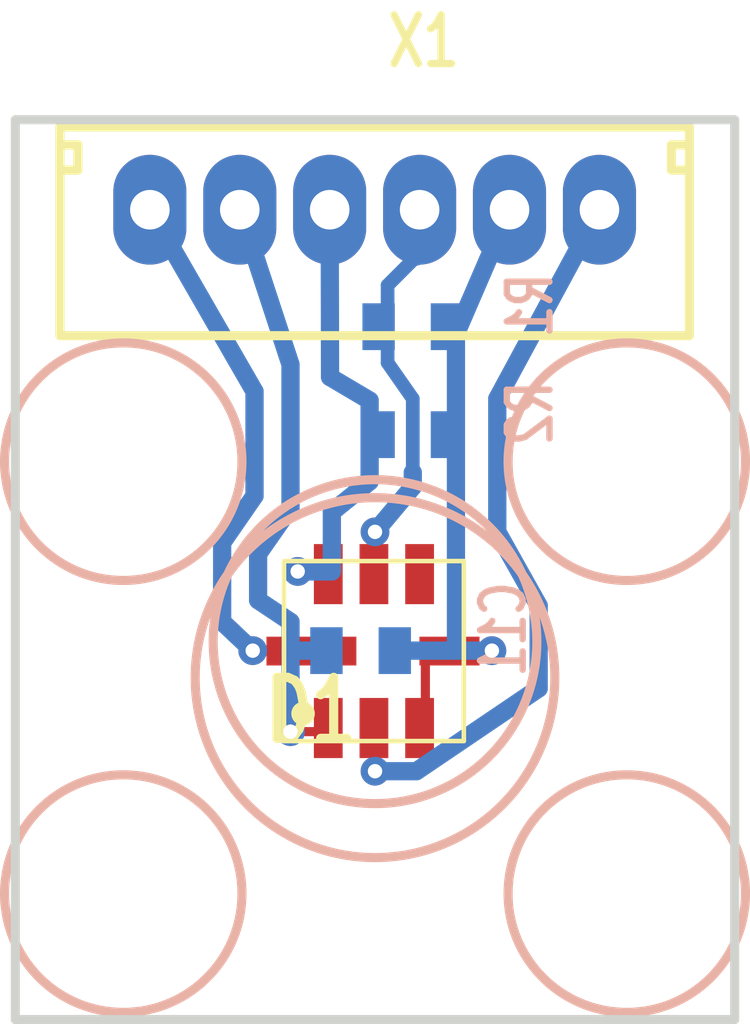
<source format=kicad_pcb>
(kicad_pcb (version 4) (host pcbnew 4.0.1-stable)

  (general
    (links 13)
    (no_connects 3)
    (area -0.417001 -3.620399 20.437001 25.137001)
    (thickness 1.6)
    (drawings 11)
    (tracks 58)
    (zones 0)
    (modules 9)
    (nets 7)
  )

  (page A4)
  (layers
    (0 F.Cu signal)
    (31 B.Cu signal)
    (32 B.Adhes user)
    (33 F.Adhes user)
    (34 B.Paste user)
    (35 F.Paste user)
    (36 B.SilkS user)
    (37 F.SilkS user)
    (38 B.Mask user)
    (39 F.Mask user)
    (40 Dwgs.User user)
    (41 Cmts.User user)
    (42 Eco1.User user)
    (43 Eco2.User user)
    (44 Edge.Cuts user)
    (45 Margin user)
    (46 B.CrtYd user)
    (47 F.CrtYd user)
    (48 B.Fab user)
    (49 F.Fab user)
  )

  (setup
    (last_trace_width 0.25)
    (trace_clearance 0.2)
    (zone_clearance 0.508)
    (zone_45_only no)
    (trace_min 0.2)
    (segment_width 0.2)
    (edge_width 0.15)
    (via_size 0.6)
    (via_drill 0.4)
    (via_min_size 0.4)
    (via_min_drill 0.3)
    (uvia_size 0.3)
    (uvia_drill 0.1)
    (uvias_allowed no)
    (uvia_min_size 0.2)
    (uvia_min_drill 0.1)
    (pcb_text_width 0.3)
    (pcb_text_size 1.5 1.5)
    (mod_edge_width 0.15)
    (mod_text_size 1 1)
    (mod_text_width 0.15)
    (pad_size 1.524 1.524)
    (pad_drill 0.762)
    (pad_to_mask_clearance 0.2)
    (aux_axis_origin 0 0)
    (visible_elements FFFFFF7F)
    (pcbplotparams
      (layerselection 0x00030_80000001)
      (usegerberextensions false)
      (excludeedgelayer true)
      (linewidth 0.100000)
      (plotframeref false)
      (viasonmask false)
      (mode 1)
      (useauxorigin false)
      (hpglpennumber 1)
      (hpglpenspeed 20)
      (hpglpendiameter 15)
      (hpglpenoverlay 2)
      (psnegative false)
      (psa4output false)
      (plotreference true)
      (plotvalue true)
      (plotinvisibletext false)
      (padsonsilk false)
      (subtractmaskfromsilk false)
      (outputformat 1)
      (mirror false)
      (drillshape 1)
      (scaleselection 1)
      (outputdirectory ""))
  )

  (net 0 "")
  (net 1 GND)
  (net 2 VDD)
  (net 3 SDA)
  (net 4 SCL)
  (net 5 MCLR)
  (net 6 EOC)

  (net_class Default "This is the default net class."
    (clearance 0.2)
    (trace_width 0.25)
    (via_dia 0.6)
    (via_drill 0.4)
    (uvia_dia 0.3)
    (uvia_drill 0.1)
    (add_net EOC)
    (add_net GND)
    (add_net MCLR)
    (add_net SCL)
    (add_net SDA)
    (add_net VDD)
  )

  (module C0805_MINI_1 (layer B.Cu) (tedit 0) (tstamp 0)
    (at 10.56 14.76)
    (attr smd)
    (fp_text reference C11 (at 3.016667 -0.592667 90) (layer B.SilkS)
      (effects (font (size 1.185333 0.889) (thickness 0.1778)) (justify mirror))
    )
    (fp_text value 0.22 (at 0 0) (layer B.SilkS) hide
      (effects (font (size 0 0)) (justify mirror))
    )
    (pad 2 smd rect (at -1.9 0) (size 0.9 1.3) (layers B.Cu B.Paste B.Mask)
      (net 1 GND))
    (pad 1 smd rect (at 0 0) (size 0.9 1.3) (layers B.Cu B.Paste B.Mask)
      (net 2 VDD))
  )

  (module "" (layer F.Cu) (tedit 0) (tstamp 0)
    (at 17.01 21.51)
    (fp_text reference "" (at 0 0) (layer F.SilkS)
      (effects (font (thickness 0.15)))
    )
    (fp_text value "" (at 0 0) (layer F.SilkS)
      (effects (font (thickness 0.15)))
    )
    (pad "" np_thru_hole circle (at 0 0) (size 3.2 3.2) (drill 3.2) (layers *.Cu *.Mask))
  )

  (module "" (layer F.Cu) (tedit 0) (tstamp 0)
    (at 17.01 9.51)
    (fp_text reference "" (at 0 0) (layer F.SilkS)
      (effects (font (thickness 0.15)))
    )
    (fp_text value "" (at 0 0) (layer F.SilkS)
      (effects (font (thickness 0.15)))
    )
    (pad "" np_thru_hole circle (at 0 0) (size 3.2 3.2) (drill 3.2) (layers *.Cu *.Mask))
  )

  (module BMP085_1 (layer F.Cu) (tedit 0) (tstamp 0)
    (at 8.71 16.51 90)
    (attr smd)
    (fp_text reference D1 (at 0.084667 -0.484127 180) (layer F.SilkS)
      (effects (font (size 1.693333 1.27) (thickness 0.254)))
    )
    (fp_text value "" (at 0 0 90) (layer F.SilkS) hide
      (effects (font (size 0 0)))
    )
    (fp_line (start -0.762 -1.23) (end -0.762 3.77) (layer F.SilkS) (width 0.127))
    (fp_line (start 4.238 3.77) (end 4.238 -1.23) (layer F.SilkS) (width 0.127))
    (fp_line (start 4.238 3.77) (end -0.762 3.77) (layer F.SilkS) (width 0.127))
    (fp_line (start -0.762 -1.23) (end 4.238 -1.23) (layer F.SilkS) (width 0.127))
    (pad 3 smd rect (at -0.4 2.54 180) (size 0.8 1.67) (layers F.Cu F.Paste F.Mask)
      (net 2 VDD))
    (pad 1 smd rect (at -0.4 0 180) (size 0.8 1.67) (layers F.Cu F.Paste F.Mask)
      (net 1 GND))
    (pad 5 smd rect (at 3.876 2.54 180) (size 0.8 1.67) (layers F.Cu F.Paste F.Mask))
    (pad 7 smd rect (at 3.876 0 180) (size 0.8 1.67) (layers F.Cu F.Paste F.Mask)
      (net 3 SDA))
    (pad 2 smd rect (at -0.4 1.27 180) (size 0.8 1.67) (layers F.Cu F.Paste F.Mask)
      (net 6 EOC))
    (pad 6 smd rect (at 3.876 1.27 180) (size 0.8 1.67) (layers F.Cu F.Paste F.Mask)
      (net 4 SCL))
    (pad 4 smd rect (at 1.738 3.37 90) (size 0.8 1.67) (layers F.Cu F.Paste F.Mask)
      (net 2 VDD))
    (pad 8 smd rect (at 1.738 -0.468 90) (size 0.8 2.5) (layers F.Cu F.Paste F.Mask)
      (net 5 MCLR))
  )

  (module R0805_MINI_1 (layer B.Cu) (tedit 0) (tstamp 0)
    (at 12.01 8.76)
    (attr smd)
    (fp_text reference R2 (at 2.311111 -0.592667 90) (layer B.SilkS)
      (effects (font (size 1.185333 0.889) (thickness 0.1778)) (justify mirror))
    )
    (fp_text value 10k (at 0 0) (layer B.SilkS) hide
      (effects (font (size 0 0)) (justify mirror))
    )
    (pad 2 smd rect (at -1.9 0) (size 0.9 1.3) (layers B.Cu B.Paste B.Mask)
      (net 3 SDA))
    (pad 1 smd rect (at 0 0) (size 0.9 1.3) (layers B.Cu B.Paste B.Mask)
      (net 2 VDD))
  )

  (module R0805_MINI_1 (layer B.Cu) (tedit 0) (tstamp 0)
    (at 12.01 5.76)
    (attr smd)
    (fp_text reference R1 (at 2.311111 -0.592667 90) (layer B.SilkS)
      (effects (font (size 1.185333 0.889) (thickness 0.1778)) (justify mirror))
    )
    (fp_text value 10k (at 0 0) (layer B.SilkS) hide
      (effects (font (size 0 0)) (justify mirror))
    )
    (pad 2 smd rect (at -1.9 0) (size 0.9 1.3) (layers B.Cu B.Paste B.Mask)
      (net 4 SCL))
    (pad 1 smd rect (at 0 0) (size 0.9 1.3) (layers B.Cu B.Paste B.Mask)
      (net 2 VDD))
  )

  (module "" (layer F.Cu) (tedit 0) (tstamp 0)
    (at 3.01 21.51)
    (fp_text reference "" (at 0 0) (layer F.SilkS)
      (effects (font (thickness 0.15)))
    )
    (fp_text value "" (at 0 0) (layer F.SilkS)
      (effects (font (thickness 0.15)))
    )
    (pad "" np_thru_hole circle (at 0 0) (size 3.2 3.2) (drill 3.2) (layers *.Cu *.Mask))
  )

  (module "" (layer F.Cu) (tedit 0) (tstamp 0)
    (at 3.01 9.51)
    (fp_text reference "" (at 0 0) (layer F.SilkS)
      (effects (font (thickness 0.15)))
    )
    (fp_text value "" (at 0 0) (layer F.SilkS)
      (effects (font (thickness 0.15)))
    )
    (pad "" np_thru_hole circle (at 0 0) (size 3.2 3.2) (drill 3.2) (layers *.Cu *.Mask))
  )

  (module PW10-6M_1 (layer F.Cu) (tedit 0) (tstamp 0)
    (at 3.71 2.51)
    (attr smd)
    (fp_text reference X1 (at 7.652698 -4.677333) (layer F.SilkS)
      (effects (font (size 1.354667 1.016) (thickness 0.2032)))
    )
    (fp_text value "" (at 0 0) (layer F.SilkS) hide
      (effects (font (size 0 0)))
    )
    (fp_line (start -1.96 -1.8) (end -1.96 -1.1) (layer F.SilkS) (width 0.254))
    (fp_line (start -1.96 -1.1) (end -2.46 -1.1) (layer F.SilkS) (width 0.254))
    (fp_line (start -2.46 -1.8) (end -1.96 -1.8) (layer F.SilkS) (width 0.254))
    (fp_line (start 14.54 -1.1) (end 14.54 -1.8) (layer F.SilkS) (width 0.254))
    (fp_line (start 14.54 -1.8) (end 15.04 -1.8) (layer F.SilkS) (width 0.254))
    (fp_line (start 15.04 -1.1) (end 14.54 -1.1) (layer F.SilkS) (width 0.254))
    (fp_line (start -2.46 -2.3) (end -2.46 3.5) (layer F.SilkS) (width 0.254))
    (fp_line (start 15.04 3.5) (end 15.04 -2.3) (layer F.SilkS) (width 0.254))
    (fp_line (start -2.46 3.5) (end 15.04 3.5) (layer F.SilkS) (width 0.254))
    (fp_line (start 15.04 -2.3) (end -2.46 -2.3) (layer F.SilkS) (width 0.254))
    (pad 3 thru_hole oval (at 5.04 0 90) (size 3.05 2.032) (drill 1.1) (layers *.Cu *.Mask)
      (net 3 SDA))
    (pad 2 thru_hole oval (at 2.54 0 90) (size 3.05 2.032) (drill 1.1) (layers *.Cu *.Mask)
      (net 1 GND))
    (pad 6 thru_hole oval (at 12.54 0 90) (size 3.05 2.032) (drill 1.1) (layers *.Cu *.Mask)
      (net 6 EOC))
    (pad 5 thru_hole oval (at 10.04 0 90) (size 3.05 2.032) (drill 1.1) (layers *.Cu *.Mask)
      (net 2 VDD))
    (pad 1 thru_hole oval (at 0.04 0 90) (size 3.05 2.032) (drill 1.1) (layers *.Cu *.Mask)
      (net 5 MCLR))
    (pad 4 thru_hole oval (at 7.54 0 90) (size 3.05 2.032) (drill 1.1) (layers *.Cu *.Mask)
      (net 4 SCL))
  )

  (gr_line (start 0.01 25.01) (end 0.01 0.01) (layer Edge.Cuts) (width 0.254))
  (gr_line (start 20.01 0.01) (end 20.01 25.01) (layer Edge.Cuts) (width 0.254))
  (gr_line (start 20.01 25.01) (end 0.01 25.01) (layer Edge.Cuts) (width 0.254))
  (gr_line (start 0.01 0.01) (end 20.01 0.01) (layer Edge.Cuts) (width 0.254))
  (gr_arc (start 8.01 16.51) (end 7.81 16.51) (angle -360) (layer F.SilkS) (width 0.254))
  (gr_arc (start 17.01 9.51) (end 13.71 9.51) (angle -360) (layer B.SilkS) (width 0.254))
  (gr_arc (start 17.01 21.51) (end 13.71 21.51) (angle -360) (layer B.SilkS) (width 0.254))
  (gr_arc (start 3.01 9.51) (end -0.29 9.51) (angle -360) (layer B.SilkS) (width 0.254))
  (gr_arc (start 3.01 21.51) (end -0.29 21.51) (angle -360) (layer B.SilkS) (width 0.254))
  (gr_arc (start 10.01 14.51) (end 5.51 14.51) (angle -360) (layer B.SilkS) (width 0.254))
  (gr_arc (start 10.01 15.51) (end 5.01 15.51) (angle -360) (layer B.SilkS) (width 0.254))

  (via (at 7.66 17.01) (size 0.8) (drill 0.4) (layers F.Cu B.Cu) (net 1))
  (segment (start 8.71 17.01) (end 8.71 16.91) (width 0.254) (layer F.Cu) (net 1))
  (segment (start 8.71 17.01) (end 7.66 17.01) (width 0.254) (layer F.Cu) (net 1))
  (segment (start 8.66 14.76) (end 7.66 14.76) (width 0.508) (layer B.Cu) (net 1))
  (segment (start 7.66 14.76) (end 7.66 17.01) (width 0.508) (layer B.Cu) (net 1))
  (segment (start 7.66 14.76) (end 7.66 13.96) (width 0.508) (layer B.Cu) (net 1))
  (segment (start 7.66 13.96) (end 6.76 13.36) (width 0.508) (layer B.Cu) (net 1))
  (segment (start 6.76 13.36) (end 6.76 12.0725) (width 0.508) (layer B.Cu) (net 1))
  (segment (start 7.66 10.785) (end 7.66 6.81) (width 0.508) (layer B.Cu) (net 1))
  (segment (start 7.66 6.81) (end 6.25 2.51) (width 0.508) (layer B.Cu) (net 1))
  (segment (start 6.76 12.0725) (end 7.66 10.785) (width 0.508) (layer B.Cu) (net 1))
  (via (at 13.26 14.76) (size 0.8) (drill 0.4) (layers F.Cu B.Cu) (net 2))
  (segment (start 11.41 14.86) (end 11.41 16.31) (width 0.254) (layer F.Cu) (net 2))
  (segment (start 11.498 14.772) (end 12.08 14.772) (width 0.254) (layer F.Cu) (net 2))
  (segment (start 11.41 16.31) (end 11.25 16.47) (width 0.254) (layer F.Cu) (net 2))
  (segment (start 11.25 16.47) (end 11.25 16.91) (width 0.254) (layer F.Cu) (net 2))
  (segment (start 11.498 14.772) (end 11.41 14.86) (width 0.254) (layer F.Cu) (net 2))
  (segment (start 12.08 14.772) (end 13.26 14.76) (width 0.254) (layer F.Cu) (net 2))
  (segment (start 10.56 14.76) (end 12.26 14.76) (width 0.508) (layer B.Cu) (net 2))
  (segment (start 12.26 14.76) (end 12.26 5.96) (width 0.508) (layer B.Cu) (net 2))
  (segment (start 12.26 14.76) (end 13.26 14.76) (width 0.508) (layer B.Cu) (net 2))
  (segment (start 12.26 5.96) (end 13.75 2.51) (width 0.508) (layer B.Cu) (net 2))
  (via (at 7.86 12.56) (size 0.8) (drill 0.4) (layers F.Cu B.Cu) (net 3))
  (segment (start 8.71 12.56) (end 8.71 12.634) (width 0.254) (layer F.Cu) (net 3))
  (segment (start 8.71 12.56) (end 7.86 12.56) (width 0.254) (layer F.Cu) (net 3))
  (segment (start 8.81 12.56) (end 7.86 12.56) (width 0.508) (layer B.Cu) (net 3))
  (segment (start 9.86 10.06) (end 8.81 10.91) (width 0.508) (layer B.Cu) (net 3))
  (segment (start 9.86 7.81) (end 9.86 10.06) (width 0.508) (layer B.Cu) (net 3))
  (segment (start 8.76 7.16) (end 9.86 7.81) (width 0.508) (layer B.Cu) (net 3))
  (segment (start 8.81 10.91) (end 8.81 12.56) (width 0.508) (layer B.Cu) (net 3))
  (segment (start 8.76 7.16) (end 8.75 2.51) (width 0.508) (layer B.Cu) (net 3))
  (via (at 10.01 11.46) (size 0.8) (drill 0.4) (layers F.Cu B.Cu) (net 4))
  (segment (start 10.01 12.56) (end 9.98 12.634) (width 0.254) (layer F.Cu) (net 4))
  (segment (start 10.01 12.56) (end 10.01 11.46) (width 0.254) (layer F.Cu) (net 4))
  (segment (start 11.06 9.81) (end 11.06 10.21) (width 0.508) (layer B.Cu) (net 4))
  (segment (start 11.06 7.76) (end 11.06 9.81) (width 0.381) (layer B.Cu) (net 4))
  (segment (start 10.36 6.76) (end 11.06 7.76) (width 0.381) (layer B.Cu) (net 4))
  (segment (start 10.36 4.61) (end 10.36 6.76) (width 0.381) (layer B.Cu) (net 4))
  (segment (start 11.06 10.21) (end 10.01 11.46) (width 0.508) (layer B.Cu) (net 4))
  (segment (start 11.25 2.51) (end 11.16 3.81) (width 0.508) (layer B.Cu) (net 4))
  (segment (start 11.16 3.81) (end 10.36 4.61) (width 0.381) (layer B.Cu) (net 4))
  (via (at 6.61 14.76) (size 0.8) (drill 0.4) (layers F.Cu B.Cu) (net 5))
  (segment (start 8.16 14.76) (end 8.242 14.772) (width 0.254) (layer F.Cu) (net 5))
  (segment (start 8.16 14.76) (end 6.61 14.76) (width 0.254) (layer F.Cu) (net 5))
  (segment (start 5.76 13.96) (end 6.61 14.76) (width 0.508) (layer B.Cu) (net 5))
  (segment (start 6.66 10.46) (end 6.66 7.56) (width 0.508) (layer B.Cu) (net 5))
  (segment (start 5.76 11.76) (end 5.76 13.96) (width 0.508) (layer B.Cu) (net 5))
  (segment (start 6.66 10.46) (end 5.76 11.76) (width 0.508) (layer B.Cu) (net 5))
  (segment (start 6.66 7.56) (end 3.75 2.51) (width 0.508) (layer B.Cu) (net 5))
  (via (at 10.01 18.11) (size 0.8) (drill 0.4) (layers F.Cu B.Cu) (net 6))
  (segment (start 10.01 16.96) (end 9.98 16.91) (width 0.254) (layer F.Cu) (net 6))
  (segment (start 10.01 16.96) (end 10.01 18.11) (width 0.254) (layer F.Cu) (net 6))
  (segment (start 11.16 18.11) (end 10.01 18.11) (width 0.508) (layer B.Cu) (net 6))
  (segment (start 14.56 15.81) (end 14.56 13.51) (width 0.508) (layer B.Cu) (net 6))
  (segment (start 14.56 13.51) (end 13.41 11.46) (width 0.508) (layer B.Cu) (net 6))
  (segment (start 13.41 7.76) (end 16.25 2.51) (width 0.508) (layer B.Cu) (net 6))
  (segment (start 13.41 11.46) (end 13.41 7.76) (width 0.508) (layer B.Cu) (net 6))
  (segment (start 14.56 15.81) (end 11.16 18.11) (width 0.508) (layer B.Cu) (net 6))

)

</source>
